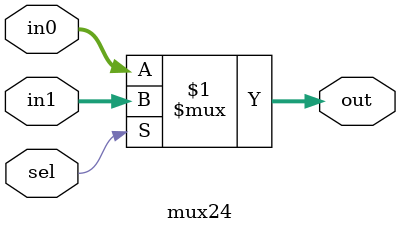
<source format=v>
module mux24(sel, in0, in1, out);

input sel;
input [23:0] in0, in1;
output [23:0] out;

assign out = (sel)? in1 : in0;

endmodule

</source>
